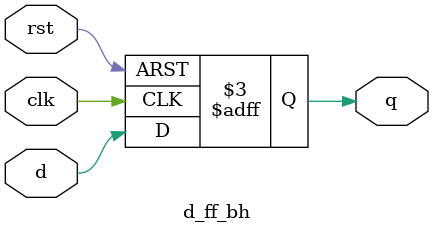
<source format=v>
/*** D-flipflop behavioural positive edge triggered 
     with Asynchronous Active High Reset. ***/
module D_FF_bh (Q, D, Clk, Rst);
    input D, Clk, Rst;
    output reg Q;

    always@(posedge Clk, posedge Rst)
        begin
            if(Rst)
                Q <= 1'b0;
            else
                D <= Q;
        end
endmodule

/*** D-flipflop behavioural negative edge triggered
     with Asynchronous Active Low Reset. ***/
module d_ff_bh (q, d, clk, rst);
    input d, clk, rst;
    output reg q;

    always@(negedge clk, negedge rst)
        begin
            if(!rst)
                q <= 1'b0;
            else
                q <= d;
        end
endmodule

</source>
